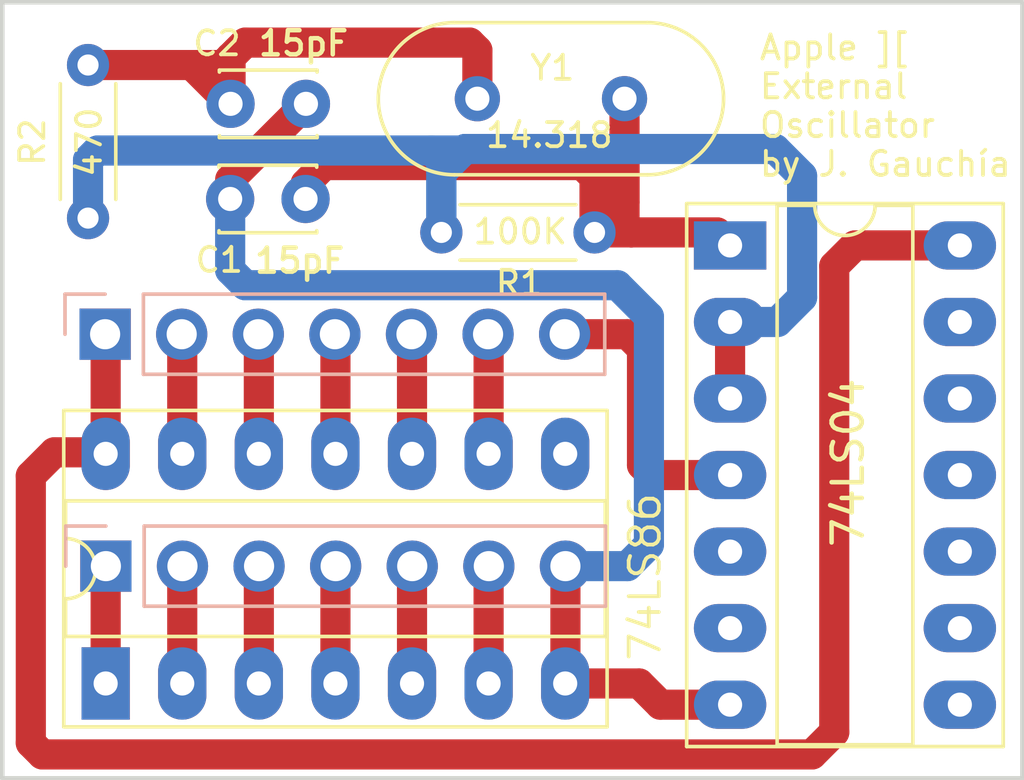
<source format=kicad_pcb>
(kicad_pcb (version 20221018) (generator pcbnew)
  (layers (0 "F.Cu" signal) (31 "B.Cu" signal) (34 "B.Paste" user) (35 "F.Paste" user) (36 "B.SilkS" user "B.Silkscreen") (37 "F.SilkS" user "F.Silkscreen") (38 "B.Mask" user) (39 "F.Mask" user) (44 "Edge.Cuts" user))
  (net 0 "")
  (net 1 "Net-(C1-Pad1)")
  (net 2 "GND")
  (net 3 "Net-(C2-Pad1)")
  (net 4 "Net-(R1-Pad2)")
  (net 5 "+5V")
  (net 14 "CLK")
  (net 15 "unconnected-(U2-Pad1)")
  (net 16 "unconnected-(U2-Pad2)")
  (net 17 "unconnected-(U2-Pad3)")
  (net 18 "unconnected-(U2-Pad4)")
  (net 19 "unconnected-(U2-Pad5)")
  (net 20 "unconnected-(U2-Pad6)")
  (net 22 "unconnected-(U2-Pad9)")
  (net 23 "unconnected-(U2-Pad10)")
  (net 24 "unconnected-(U2-Pad11)")
  (net 25 "unconnected-(U2-Pad12)")
  (net 26 "unconnected-(U2-Pad13)")
  (footprint "Package_DIP:DIP-14_W7.62mm_Socket_LongPads" (layer "F.Cu") (at 38.7276 50.0708 90)
    (fp_text reference "74LS86" (at 3.538 17.889 90) (layer "F.SilkS") (effects (font (thickness 0.125))))
    (fp_text value "" hide)
    (fp_line (start -1.44 -1.39) (end -1.44 16.63) (stroke (width 0.12)) (layer "F.SilkS"))
    (fp_line (start -1.44 16.63) (end 9.06 16.63) (stroke (width 0.12)) (layer "F.SilkS"))
    (fp_line (start 1.56 -1.33) (end 1.56 16.57) (stroke (width 0.12)) (layer "F.SilkS"))
    (fp_line (start 1.56 16.57) (end 6.06 16.57) (stroke (width 0.12)) (layer "F.SilkS"))
    (fp_line (start 2.81 -1.33) (end 1.56 -1.33) (stroke (width 0.12)) (layer "F.SilkS"))
    (fp_line (start 6.06 -1.33) (end 4.81 -1.33) (stroke (width 0.12)) (layer "F.SilkS"))
    (fp_line (start 6.06 16.57) (end 6.06 -1.33) (stroke (width 0.12)) (layer "F.SilkS"))
    (fp_line (start 9.06 -1.39) (end -1.44 -1.39) (stroke (width 0.12)) (layer "F.SilkS"))
    (fp_line (start 9.06 16.63) (end 9.06 -1.39) (stroke (width 0.12)) (layer "F.SilkS"))
    (fp_arc (start 4.81 -1.33) (mid 3.81 -0.33) (end 2.81 -1.33) (stroke (width 0.12)) (layer "F.SilkS"))
    (pad "1" thru_hole rect (at 0 0 90) (size 2.4 1.6) (drill 0.8) (layers "*.Cu" "*.Mask") (net 15 "unconnected-(U2-Pad1)"))
    (pad "2" thru_hole oval (at 0 2.54 90) (size 2.4 1.6) (drill 0.8) (layers "*.Cu" "*.Mask") (net 16 "unconnected-(U2-Pad2)"))
    (pad "3" thru_hole oval (at 0 5.08 90) (size 2.4 1.6) (drill 0.8) (layers "*.Cu" "*.Mask") (net 17 "unconnected-(U2-Pad3)"))
    (pad "4" thru_hole oval (at 0 7.62 90) (size 2.4 1.6) (drill 0.8) (layers "*.Cu" "*.Mask") (net 18 "unconnected-(U2-Pad4)"))
    (pad "5" thru_hole oval (at 0 10.16 90) (size 2.4 1.6) (drill 0.8) (layers "*.Cu" "*.Mask") (net 19 "unconnected-(U2-Pad5)"))
    (pad "6" thru_hole oval (at 0 12.7 90) (size 2.4 1.6) (drill 0.8) (layers "*.Cu" "*.Mask") (net 20 "unconnected-(U2-Pad6)"))
    (pad "7" thru_hole oval (at 0 15.24 90) (size 2.4 1.6) (drill 0.8) (layers "*.Cu" "*.Mask") (net 2 "GND"))
    (pad "8" thru_hole oval (at 7.62 15.24 90) (size 2.4 1.6) (drill 0.8) (layers "*.Cu" "*.Mask"))
    (pad "9" thru_hole oval (at 7.62 12.7 90) (size 2.4 1.6) (drill 0.8) (layers "*.Cu" "*.Mask") (net 22 "unconnected-(U2-Pad9)"))
    (pad "10" thru_hole oval (at 7.62 10.16 90) (size 2.4 1.6) (drill 0.8) (layers "*.Cu" "*.Mask") (net 23 "unconnected-(U2-Pad10)"))
    (pad "11" thru_hole oval (at 7.62 7.62 90) (size 2.4 1.6) (drill 0.8) (layers "*.Cu" "*.Mask") (net 24 "unconnected-(U2-Pad11)"))
    (pad "12" thru_hole oval (at 7.62 5.08 90) (size 2.4 1.6) (drill 0.8) (layers "*.Cu" "*.Mask") (net 25 "unconnected-(U2-Pad12)"))
    (pad "13" thru_hole oval (at 7.62 2.54 90) (size 2.4 1.6) (drill 0.8) (layers "*.Cu" "*.Mask") (net 26 "unconnected-(U2-Pad13)"))
    (pad "14" thru_hole oval (at 7.62 0 90) (size 2.4 1.6) (drill 0.8) (layers "*.Cu" "*.Mask") (net 5 "+5V"))
  )
  (footprint "Capacitor_THT:C_Disc_D3.0mm_W2.0mm_P2.50mm" (layer "F.Cu") (at 45.357 33.9926 180)
    (fp_text reference "C1" (at 2.8628 -2.0246) (layer "F.SilkS") (effects (font (size 0.8 0.8) (thickness 0.125))))
    (fp_text value "15pF" (at 0.1958 -2.05) (layer "F.SilkS") (effects (font (size 0.8 0.8))))
    (fp_line (start -0.37 -1.12) (end -0.37 -1.055) (stroke (width 0.12)) (layer "F.SilkS"))
    (fp_line (start -0.37 -1.12) (end 2.87 -1.12) (stroke (width 0.12)) (layer "F.SilkS"))
    (fp_line (start -0.37 1.055) (end -0.37 1.12) (stroke (width 0.12)) (layer "F.SilkS"))
    (fp_line (start -0.37 1.12) (end 2.87 1.12) (stroke (width 0.12)) (layer "F.SilkS"))
    (fp_line (start 2.87 -1.12) (end 2.87 -1.055) (stroke (width 0.12)) (layer "F.SilkS"))
    (fp_line (start 2.87 1.055) (end 2.87 1.12) (stroke (width 0.12)) (layer "F.SilkS"))
    (pad "1" thru_hole circle (at 0 0 180) (size 1.6 1.6) (drill 0.8) (layers "*.Cu" "*.Mask") (net 1 "Net-(C1-Pad1)"))
    (pad "2" thru_hole circle (at 2.5 0 180) (size 1.6 1.6) (drill 0.8) (layers "*.Cu" "*.Mask") (net 2 "GND"))
  )
  (footprint "Resistor_THT:R_Axial_DIN0204_L3.6mm_D1.6mm_P5.08mm_Horizontal" (layer "F.Cu") (at 54.9402 35.1028 180)
    (fp_text reference "R1" (at 2.4892 -1.6764) (layer "F.SilkS") (effects (font (size 0.8 0.8) (thickness 0.125))))
    (fp_text value "100K" (at 2.4638 0.0254) (layer "F.SilkS") (effects (font (size 0.8 0.8) (thickness 0.125))))
    (fp_line (start 0.62 -0.92) (end 4.46 -0.92) (stroke (width 0.12)) (layer "F.SilkS"))
    (fp_line (start 0.62 0.92) (end 4.46 0.92) (stroke (width 0.12)) (layer "F.SilkS"))
    (pad "1" thru_hole circle (at 0 0 180) (size 1.4 1.4) (drill 0.7) (layers "*.Cu" "*.Mask") (net 1 "Net-(C1-Pad1)"))
    (pad "2" thru_hole oval (at 5.08 0 180) (size 1.4 1.4) (drill 0.7) (layers "*.Cu" "*.Mask") (net 4 "Net-(R1-Pad2)"))
  )
  (footprint "Package_DIP:DIP-14_W7.62mm_Socket_LongPads" (layer "F.Cu") (at 59.436 35.5346)
    (fp_text reference "U1" hide)
    (fp_text value "74LS04" (at 3.9116 7.2136 90) (layer "F.SilkS"))
    (fp_line (start -1.44 -1.39) (end -1.44 16.63) (stroke (width 0.12)) (layer "F.SilkS"))
    (fp_line (start -1.44 16.63) (end 9.06 16.63) (stroke (width 0.12)) (layer "F.SilkS"))
    (fp_line (start 1.56 -1.33) (end 1.56 16.57) (stroke (width 0.12)) (layer "F.SilkS"))
    (fp_line (start 1.56 16.57) (end 6.06 16.57) (stroke (width 0.12)) (layer "F.SilkS"))
    (fp_line (start 2.81 -1.33) (end 1.56 -1.33) (stroke (width 0.12)) (layer "F.SilkS"))
    (fp_line (start 6.06 -1.33) (end 4.81 -1.33) (stroke (width 0.12)) (layer "F.SilkS"))
    (fp_line (start 6.06 16.57) (end 6.06 -1.33) (stroke (width 0.12)) (layer "F.SilkS"))
    (fp_line (start 9.06 -1.39) (end -1.44 -1.39) (stroke (width 0.12)) (layer "F.SilkS"))
    (fp_line (start 9.06 16.63) (end 9.06 -1.39) (stroke (width 0.12)) (layer "F.SilkS"))
    (fp_arc (start 4.81 -1.33) (mid 3.81 -0.33) (end 2.81 -1.33) (stroke (width 0.12)) (layer "F.SilkS"))
    (pad "1" thru_hole rect (at 0 0) (size 2.4 1.6) (drill 0.8) (layers "*.Cu" "*.Mask") (net 1 "Net-(C1-Pad1)"))
    (pad "2" thru_hole oval (at 0 2.54) (size 2.4 1.6) (drill 0.8) (layers "*.Cu" "*.Mask") (net 4 "Net-(R1-Pad2)"))
    (pad "3" thru_hole oval (at 0 5.08) (size 2.4 1.6) (drill 0.8) (layers "*.Cu" "*.Mask") (net 4 "Net-(R1-Pad2)"))
    (pad "4" thru_hole oval (at 0 7.62) (size 2.4 1.6) (drill 0.8) (layers "*.Cu" "*.Mask") (net 14 "CLK"))
    (pad "5" thru_hole oval (at 0 10.16) (size 2.4 1.6) (drill 0.8) (layers "*.Cu" "*.Mask"))
    (pad "6" thru_hole oval (at 0 12.7) (size 2.4 1.6) (drill 0.8) (layers "*.Cu" "*.Mask"))
    (pad "7" thru_hole oval (at 0 15.24) (size 2.4 1.6) (drill 0.8) (layers "*.Cu" "*.Mask") (net 2 "GND"))
    (pad "8" thru_hole oval (at 7.62 15.24) (size 2.4 1.6) (drill 0.8) (layers "*.Cu" "*.Mask"))
    (pad "9" thru_hole oval (at 7.62 12.7) (size 2.4 1.6) (drill 0.8) (layers "*.Cu" "*.Mask"))
    (pad "10" thru_hole oval (at 7.62 10.16) (size 2.4 1.6) (drill 0.8) (layers "*.Cu" "*.Mask"))
    (pad "11" thru_hole oval (at 7.62 7.62) (size 2.4 1.6) (drill 0.8) (layers "*.Cu" "*.Mask"))
    (pad "12" thru_hole oval (at 7.62 5.08) (size 2.4 1.6) (drill 0.8) (layers "*.Cu" "*.Mask"))
    (pad "13" thru_hole oval (at 7.62 2.54) (size 2.4 1.6) (drill 0.8) (layers "*.Cu" "*.Mask"))
    (pad "14" thru_hole oval (at 7.62 0) (size 2.4 1.6) (drill 0.8) (layers "*.Cu" "*.Mask") (net 5 "+5V"))
  )
  (footprint "Resistor_THT:R_Axial_DIN0204_L3.6mm_D1.6mm_P5.08mm_Horizontal" (layer "F.Cu") (at 38.1434 34.6276 90)
    (fp_text reference "R2" (at 2.522 -1.8468 90) (layer "F.SilkS") (effects (font (size 0.8 0.8) (thickness 0.125))))
    (fp_text value "470" (at 2.522 0.0328 90) (layer "F.SilkS") (effects (font (size 0.8 0.8) (thickness 0.125))))
    (fp_line (start 0.62 -0.92) (end 4.46 -0.92) (stroke (width 0.12)) (layer "F.SilkS"))
    (fp_line (start 0.62 0.92) (end 4.46 0.92) (stroke (width 0.12)) (layer "F.SilkS"))
    (pad "1" thru_hole circle (at 0 0 90) (size 1.4 1.4) (drill 0.7) (layers "*.Cu" "*.Mask") (net 4 "Net-(R1-Pad2)"))
    (pad "2" thru_hole oval (at 5.08 0 90) (size 1.4 1.4) (drill 0.7) (layers "*.Cu" "*.Mask") (net 3 "Net-(C2-Pad1)"))
  )
  (footprint "Capacitor_THT:C_Disc_D3.0mm_W2.0mm_P2.50mm" (layer "F.Cu") (at 42.8698 30.8356)
    (fp_text reference "C2" (at -0.4518 -2.0066) (layer "F.SilkS") (effects (font (size 0.8 0.8) (thickness 0.125))))
    (fp_text value "15pF" (at 2.4184 -2.0066) (layer "F.SilkS") (effects (font (size 0.8 0.8))))
    (fp_line (start -0.37 -1.12) (end -0.37 -1.055) (stroke (width 0.12)) (layer "F.SilkS"))
    (fp_line (start -0.37 -1.12) (end 2.87 -1.12) (stroke (width 0.12)) (layer "F.SilkS"))
    (fp_line (start -0.37 1.055) (end -0.37 1.12) (stroke (width 0.12)) (layer "F.SilkS"))
    (fp_line (start -0.37 1.12) (end 2.87 1.12) (stroke (width 0.12)) (layer "F.SilkS"))
    (fp_line (start 2.87 -1.12) (end 2.87 -1.055) (stroke (width 0.12)) (layer "F.SilkS"))
    (fp_line (start 2.87 1.055) (end 2.87 1.12) (stroke (width 0.12)) (layer "F.SilkS"))
    (pad "1" thru_hole circle (at 0 0) (size 1.6 1.6) (drill 0.8) (layers "*.Cu" "*.Mask") (net 3 "Net-(C2-Pad1)"))
    (pad "2" thru_hole circle (at 2.5 0) (size 1.6 1.6) (drill 0.8) (layers "*.Cu" "*.Mask") (net 2 "GND"))
  )
  (footprint "Crystal:Crystal_HC49-4H_Vertical" (layer "F.Cu") (at 55.935 30.6652 180)
    (fp_text reference "Y1" (at 2.3918 1.0234 180) (layer "F.SilkS") (effects (font (size 0.8 0.8) (thickness 0.125))))
    (fp_text value "14.318" (at 2.4934 -1.2118 180) (layer "F.SilkS") (effects (font (size 0.8 0.8) (thickness 0.125))))
    (fp_line (start -0.76 -2.525) (end 5.64 -2.525) (stroke (width 0.12)) (layer "F.SilkS"))
    (fp_line (start -0.76 2.525) (end 5.64 2.525) (stroke (width 0.12)) (layer "F.SilkS"))
    (fp_arc (start -0.76 2.525) (mid -3.285 0) (end -0.76 -2.525) (stroke (width 0.12)) (layer "F.SilkS"))
    (fp_arc (start 5.64 -2.525) (mid 8.165 0) (end 5.64 2.525) (stroke (width 0.12)) (layer "F.SilkS"))
    (pad "1" thru_hole circle (at 0 0 180) (size 1.5 1.5) (drill 0.8) (layers "*.Cu" "*.Mask") (net 1 "Net-(C1-Pad1)"))
    (pad "2" thru_hole circle (at 4.88 0 180) (size 1.5 1.5) (drill 0.8) (layers "*.Cu" "*.Mask") (net 3 "Net-(C2-Pad1)"))
  )
  (footprint "Connector_PinHeader_2.54mm:PinHeader_1x07_P2.54mm_Vertical" (layer "B.Cu") (at 38.735 46.1772 -90)
    (fp_text reference "J2" hide)
    (fp_text value "" hide)
    (fp_line (start -1.33 -16.57) (end 1.33 -16.57) (stroke (width 0.12)) (layer "B.SilkS"))
    (fp_line (start -1.33 -1.27) (end -1.33 -16.57) (stroke (width 0.12)) (layer "B.SilkS"))
    (fp_line (start -1.33 -1.27) (end 1.33 -1.27) (stroke (width 0.12)) (layer "B.SilkS"))
    (fp_line (start -1.33 0) (end -1.33 1.33) (stroke (width 0.12)) (layer "B.SilkS"))
    (fp_line (start -1.33 1.33) (end 0 1.33) (stroke (width 0.12)) (layer "B.SilkS"))
    (fp_line (start 1.33 -1.27) (end 1.33 -16.57) (stroke (width 0.12)) (layer "B.SilkS"))
    (pad "1" thru_hole rect (at 0 0 270) (size 1.7 1.7) (drill 1) (layers "*.Cu" "*.Mask") (net 15 "unconnected-(U2-Pad1)"))
    (pad "2" thru_hole oval (at 0 -2.54 270) (size 1.7 1.7) (drill 1) (layers "*.Cu" "*.Mask") (net 16 "unconnected-(U2-Pad2)"))
    (pad "3" thru_hole oval (at 0 -5.08 270) (size 1.7 1.7) (drill 1) (layers "*.Cu" "*.Mask") (net 17 "unconnected-(U2-Pad3)"))
    (pad "4" thru_hole oval (at 0 -7.62 270) (size 1.7 1.7) (drill 1) (layers "*.Cu" "*.Mask") (net 18 "unconnected-(U2-Pad4)"))
    (pad "5" thru_hole oval (at 0 -10.16 270) (size 1.7 1.7) (drill 1) (layers "*.Cu" "*.Mask") (net 19 "unconnected-(U2-Pad5)"))
    (pad "6" thru_hole oval (at 0 -12.7 270) (size 1.7 1.7) (drill 1) (layers "*.Cu" "*.Mask") (net 20 "unconnected-(U2-Pad6)"))
    (pad "7" thru_hole oval (at 0 -15.24 270) (size 1.7 1.7) (drill 1) (layers "*.Cu" "*.Mask") (net 2 "GND"))
  )
  (footprint "Connector_PinHeader_2.54mm:PinHeader_1x07_P2.54mm_Vertical" (layer "B.Cu") (at 38.7096 38.481 -90)
    (fp_text reference "J1" hide)
    (fp_text value "" hide)
    (fp_line (start -1.33 -16.57) (end 1.33 -16.57) (stroke (width 0.12)) (layer "B.SilkS"))
    (fp_line (start -1.33 -1.27) (end -1.33 -16.57) (stroke (width 0.12)) (layer "B.SilkS"))
    (fp_line (start -1.33 -1.27) (end 1.33 -1.27) (stroke (width 0.12)) (layer "B.SilkS"))
    (fp_line (start -1.33 0) (end -1.33 1.33) (stroke (width 0.12)) (layer "B.SilkS"))
    (fp_line (start -1.33 1.33) (end 0 1.33) (stroke (width 0.12)) (layer "B.SilkS"))
    (fp_line (start 1.33 -1.27) (end 1.33 -16.57) (stroke (width 0.12)) (layer "B.SilkS"))
    (pad "1" thru_hole rect (at 0 0 270) (size 1.7 1.7) (drill 1) (layers "*.Cu" "*.Mask") (net 5 "+5V"))
    (pad "2" thru_hole oval (at 0 -2.54 270) (size 1.7 1.7) (drill 1) (layers "*.Cu" "*.Mask") (net 26 "unconnected-(U2-Pad13)"))
    (pad "3" thru_hole oval (at 0 -5.08 270) (size 1.7 1.7) (drill 1) (layers "*.Cu" "*.Mask") (net 25 "unconnected-(U2-Pad12)"))
    (pad "4" thru_hole oval (at 0 -7.62 270) (size 1.7 1.7) (drill 1) (layers "*.Cu" "*.Mask") (net 24 "unconnected-(U2-Pad11)"))
    (pad "5" thru_hole oval (at 0 -10.16 270) (size 1.7 1.7) (drill 1) (layers "*.Cu" "*.Mask") (net 23 "unconnected-(U2-Pad10)"))
    (pad "6" thru_hole oval (at 0 -12.7 270) (size 1.7 1.7) (drill 1) (layers "*.Cu" "*.Mask") (net 22 "unconnected-(U2-Pad9)"))
    (pad "7" thru_hole oval (at 0 -15.24 270) (size 1.7 1.7) (drill 1) (layers "*.Cu" "*.Mask") (net 14 "CLK"))
  )
  (gr_rect (start 35.2986 27.4648) (end 69.1314 53.2204) (stroke (width 0.15)) (fill none) (layer "Edge.Cuts"))
  (gr_text "Apple ][ \nExternal\nOscillator\nby J. Gauchía" (at 60.3504 33.2994) (layer "F.SilkS") (effects (font (size 0.8 0.8) (thickness 0.125) bold) (justify left bottom)))
  (segment (start 55.935 32.7914) (end 55.935 34.8784) (width 1) (layer "F.Cu") (net 1))
  (segment (start 54.5338 32.8676) (end 55.8588 32.8676) (width 1) (layer "F.Cu") (net 1))
  (segment (start 56.1594 35.1028) (end 59.0042 35.1028) (width 1) (layer "F.Cu") (net 1))
  (segment (start 45.974 32.8676) (end 54.5338 32.8676) (width 1) (layer "F.Cu") (net 1))
  (segment (start 55.935 34.108) (end 54.9402 35.1028) (width 1) (layer "F.Cu") (net 1))
  (segment (start 55.935 32.7914) (end 55.935 34.108) (width 1) (layer "F.Cu") (net 1))
  (segment (start 55.935 34.8784) (end 56.1594 35.1028) (width 1) (layer "F.Cu") (net 1))
  (segment (start 45.357 33.9926) (end 45.357 33.4846) (width 0.25) (layer "F.Cu") (net 1))
  (segment (start 55.935 30.6652) (end 55.935 32.7914) (width 1) (layer "F.Cu") (net 1))
  (segment (start 55.8588 32.8676) (end 55.935 32.7914) (width 1) (layer "F.Cu") (net 1))
  (segment (start 54.5338 32.8676) (end 54.9402 33.274) (width 1) (layer "F.Cu") (net 1))
  (segment (start 54.9402 35.1028) (end 56.1594 35.1028) (width 1) (layer "F.Cu") (net 1))
  (segment (start 45.357 33.4846) (end 45.974 32.8676) (width 1) (layer "F.Cu") (net 1))
  (segment (start 59.0042 35.1028) (end 59.436 35.5346) (width 1) (layer "F.Cu") (net 1))
  (segment (start 54.9402 33.274) (end 54.9402 35.1028) (width 1) (layer "F.Cu") (net 1))
  (segment (start 53.9676 50.0708) (end 56.4208 50.0708) (width 1) (layer "F.Cu") (net 2))
  (segment (start 53.9676 50.02) (end 54.0184 50.0708) (width 0.25) (layer "F.Cu") (net 2))
  (segment (start 45.3698 30.8356) (end 42.857 33.3484) (width 1) (layer "F.Cu") (net 2))
  (segment (start 45.3698 31.4798) (end 45.3698 30.8356) (width 0.25) (layer "F.Cu") (net 2))
  (segment (start 53.975 50.0634) (end 53.9676 50.0708) (width 0.25) (layer "F.Cu") (net 2))
  (segment (start 56.4208 50.0708) (end 57.1246 50.7746) (width 1) (layer "F.Cu") (net 2))
  (segment (start 53.975 46.1772) (end 53.975 50.0634) (width 1) (layer "F.Cu") (net 2))
  (segment (start 42.857 33.3484) (end 42.857 33.9926) (width 0.25) (layer "F.Cu") (net 2))
  (segment (start 57.1246 50.7746) (end 59.436 50.7746) (width 1) (layer "F.Cu") (net 2))
  (segment (start 42.857 36.3546) (end 43.3578 36.8554) (width 1) (layer "B.Cu") (net 2))
  (segment (start 55.7022 36.8554) (end 56.7436 37.8968) (width 1) (layer "B.Cu") (net 2))
  (segment (start 42.857 33.9926) (end 42.857 36.3546) (width 1) (layer "B.Cu") (net 2))
  (segment (start 56.7436 45.466) (end 56.0324 46.1772) (width 1) (layer "B.Cu") (net 2))
  (segment (start 56.7436 37.8968) (end 56.7436 45.466) (width 1) (layer "B.Cu") (net 2))
  (segment (start 56.0324 46.1772) (end 53.975 46.1772) (width 1) (layer "B.Cu") (net 2))
  (segment (start 43.3578 36.8554) (end 55.7022 36.8554) (width 1) (layer "B.Cu") (net 2))
  (segment (start 38.1434 29.5476) (end 41.5818 29.5476) (width 1) (layer "F.Cu") (net 3))
  (segment (start 42.6138 29.5476) (end 42.8698 29.2916) (width 1) (layer "F.Cu") (net 3))
  (segment (start 51.055 29.0586) (end 51.055 30.6652) (width 1) (layer "F.Cu") (net 3))
  (segment (start 41.5818 29.5476) (end 42.6138 29.5476) (width 1) (layer "F.Cu") (net 3))
  (segment (start 42.8698 29.2916) (end 43.3578 28.8036) (width 1) (layer "F.Cu") (net 3))
  (segment (start 43.3578 28.8036) (end 50.8 28.8036) (width 1) (layer "F.Cu") (net 3))
  (segment (start 50.8 28.8036) (end 51.055 29.0586) (width 1) (layer "F.Cu") (net 3))
  (segment (start 41.5818 29.5476) (end 42.8698 30.8356) (width 1) (layer "F.Cu") (net 3))
  (segment (start 42.8698 30.8356) (end 42.8698 29.2916) (width 1) (layer "F.Cu") (net 3))
  (segment (start 59.436 38.0746) (end 59.436 40.6146) (width 1) (layer "F.Cu") (net 4))
  (segment (start 50.6476 32.3342) (end 60.9346 32.3342) (width 1) (layer "B.Cu") (net 4))
  (segment (start 49.8602 35.1028) (end 49.8602 33.1216) (width 1) (layer "B.Cu") (net 4))
  (segment (start 61.8236 37.2618) (end 61.0108 38.0746) (width 1) (layer "B.Cu") (net 4))
  (segment (start 60.9346 32.3342) (end 61.8236 33.2232) (width 1) (layer "B.Cu") (net 4))
  (segment (start 49.8602 32.7152) (end 49.8602 35.1028) (width 1) (layer "B.Cu") (net 4))
  (segment (start 61.0108 38.0746) (end 59.436 38.0746) (width 1) (layer "B.Cu") (net 4))
  (segment (start 61.8236 33.2232) (end 61.8236 37.2618) (width 1) (layer "B.Cu") (net 4))
  (segment (start 38.4556 32.385) (end 49.53 32.385) (width 1) (layer "B.Cu") (net 4))
  (segment (start 38.1434 32.6972) (end 38.1434 34.6276) (width 1) (layer "B.Cu") (net 4))
  (segment (start 49.53 32.385) (end 50.5968 32.385) (width 1) (layer "B.Cu") (net 4))
  (segment (start 49.53 32.385) (end 49.8602 32.7152) (width 1) (layer "B.Cu") (net 4))
  (segment (start 38.4556 32.385) (end 38.1434 32.6972) (width 1) (layer "B.Cu") (net 4))
  (segment (start 49.8602 33.1216) (end 50.6476 32.3342) (width 1) (layer "B.Cu") (net 4))
  (segment (start 50.5968 32.385) (end 50.6476 32.3342) (width 1) (layer "B.Cu") (net 4))
  (segment (start 62.1538 52.4256) (end 36.6268 52.4256) (width 1) (layer "F.Cu") (net 5))
  (segment (start 37.0258 42.4) (end 38.7276 42.4) (width 1) (layer "F.Cu") (net 5))
  (segment (start 36.2458 52.0446) (end 36.2458 43.18) (width 1) (layer "F.Cu") (net 5))
  (segment (start 36.2458 43.18) (end 37.0258 42.4) (width 1) (layer "F.Cu") (net 5))
  (segment (start 38.7276 42.4) (end 38.7784 42.4508) (width 0.25) (layer "F.Cu") (net 5))
  (segment (start 67.056 35.5346) (end 63.5762 35.5346) (width 1) (layer "F.Cu") (net 5))
  (segment (start 36.6268 52.4256) (end 36.2458 52.0446) (width 1) (layer "F.Cu") (net 5))
  (segment (start 62.8904 36.2204) (end 62.8904 51.689) (width 1) (layer "F.Cu") (net 5))
  (segment (start 62.8904 51.689) (end 62.1538 52.4256) (width 1) (layer "F.Cu") (net 5))
  (segment (start 63.5762 35.5346) (end 62.8904 36.2204) (width 1) (layer "F.Cu") (net 5))
  (segment (start 38.7276 38.5138) (end 38.7276 42.4) (width 1) (layer "F.Cu") (net 5))
  (segment (start 56.8452 43.1546) (end 59.436 43.1546) (width 1) (layer "F.Cu") (net 14))
  (segment (start 56.515 38.9636) (end 56.515 42.8244) (width 1) (layer "F.Cu") (net 14))
  (segment (start 53.9496 38.481) (end 56.0324 38.481) (width 1) (layer "F.Cu") (net 14))
  (segment (start 56.515 42.8244) (end 56.8452 43.1546) (width 1) (layer "F.Cu") (net 14))
  (segment (start 56.0324 38.481) (end 56.515 38.9636) (width 1) (layer "F.Cu") (net 14))
  (segment (start 38.7276 46.1338) (end 38.7276 50.02) (width 1) (layer "F.Cu") (net 15))
  (segment (start 38.7276 50.02) (end 38.7784 50.0708) (width 0.25) (layer "F.Cu") (net 15))
  (segment (start 41.2676 50.02) (end 41.3184 50.0708) (width 0.25) (layer "F.Cu") (net 16))
  (segment (start 41.2676 46.1338) (end 41.2676 50.02) (width 1) (layer "F.Cu") (net 16))
  (segment (start 43.8076 46.1338) (end 43.8076 50.02) (width 1) (layer "F.Cu") (net 17))
  (segment (start 43.8076 50.02) (end 43.8584 50.0708) (width 0.25) (layer "F.Cu") (net 17))
  (segment (start 46.3476 46.1338) (end 46.3476 50.02) (width 1) (layer "F.Cu") (net 18))
  (segment (start 46.3476 50.02) (end 46.3984 50.0708) (width 0.25) (layer "F.Cu") (net 18))
  (segment (start 48.8876 46.1338) (end 48.8876 50.02) (width 1) (layer "F.Cu") (net 19))
  (segment (start 48.8876 50.02) (end 48.9384 50.0708) (width 0.25) (layer "F.Cu") (net 19))
  (segment (start 51.4276 50.02) (end 51.4784 50.0708) (width 0.25) (layer "F.Cu") (net 20))
  (segment (start 51.4276 46.1338) (end 51.4276 50.02) (width 1) (layer "F.Cu") (net 20))
  (segment (start 51.4276 42.4) (end 51.4784 42.4508) (width 0.25) (layer "F.Cu") (net 22))
  (segment (start 51.4276 38.5138) (end 51.4276 42.4) (width 1) (layer "F.Cu") (net 22))
  (segment (start 48.8876 38.5138) (end 48.8876 42.4) (width 1) (layer "F.Cu") (net 23))
  (segment (start 48.8876 42.4) (end 48.9384 42.4508) (width 0.25) (layer "F.Cu") (net 23))
  (segment (start 46.3476 42.4) (end 46.3984 42.4508) (width 0.25) (layer "F.Cu") (net 24))
  (segment (start 46.3476 38.5138) (end 46.3476 42.4) (width 1) (layer "F.Cu") (net 24))
  (segment (start 43.8076 38.5138) (end 43.8076 42.4) (width 1) (layer "F.Cu") (net 25))
  (segment (start 43.8076 42.4) (end 43.8584 42.4508) (width 0.25) (layer "F.Cu") (net 25))
  (segment (start 41.2676 38.5138) (end 41.2676 42.4) (width 1) (layer "F.Cu") (net 26))
  (segment (start 41.2676 42.4) (end 41.3184 42.4508) (width 0.25) (layer "F.Cu") (net 26))
)
</source>
